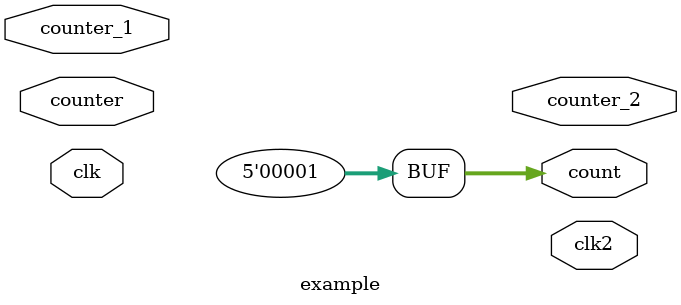
<source format=v>

module example #(
	parameter x = 5,
	parameter y = 4
)
(
	input clk,
	output clk2,
	output [4:0] count,
	input [4 : 0] counter,
	input [ 4 : 0 ] counter_1,
	output [4: 0] counter_2

);

assign count = 1;


endmodule

</source>
